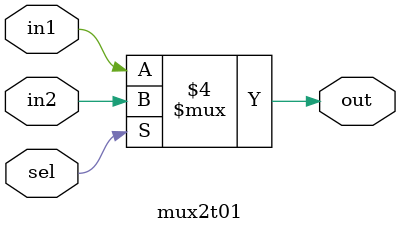
<source format=v>
module mux2t01(input in1,in2,sel,output reg out);
always@(in1,in2,sel)
begin
if(sel==0)
out=in1;
else
out=in2;
end
endmodule

</source>
